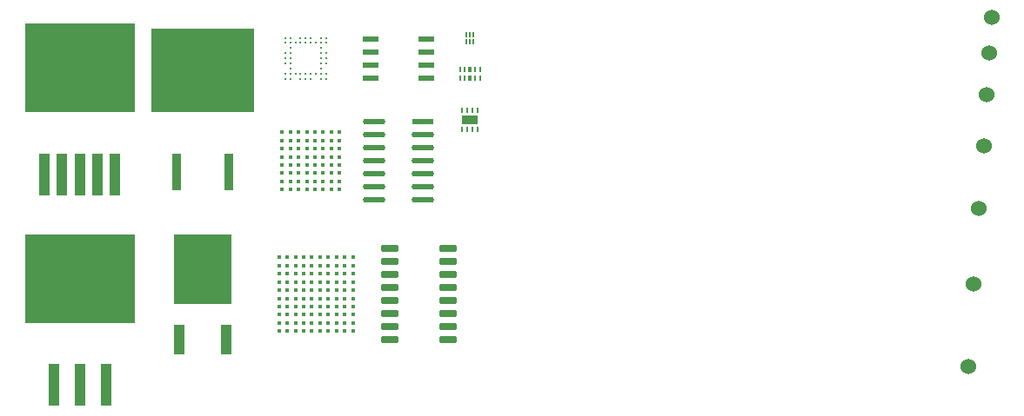
<source format=gbl>
G04*
G04 #@! TF.GenerationSoftware,Altium Limited,Altium Designer,21.2.2 (38)*
G04*
G04 Layer_Physical_Order=2*
G04 Layer_Color=16711680*
%FSLAX25Y25*%
%MOIN*%
G70*
G04*
G04 #@! TF.SameCoordinates,8CE579DD-E24D-4BF9-88A6-D400C93C7681*
G04*
G04*
G04 #@! TF.FilePolarity,Positive*
G04*
G01*
G75*
%ADD84C,0.06000*%
%ADD85C,0.01968*%
G04:AMPARAMS|DCode=86|XSize=35.43mil|YSize=62.99mil|CornerRadius=1.95mil|HoleSize=0mil|Usage=FLASHONLY|Rotation=90.000|XOffset=0mil|YOffset=0mil|HoleType=Round|Shape=RoundedRectangle|*
%AMROUNDEDRECTD86*
21,1,0.03543,0.05909,0,0,90.0*
21,1,0.03154,0.06299,0,0,90.0*
1,1,0.00390,0.02955,0.01577*
1,1,0.00390,0.02955,-0.01577*
1,1,0.00390,-0.02955,-0.01577*
1,1,0.00390,-0.02955,0.01577*
%
%ADD86ROUNDEDRECTD86*%
G04:AMPARAMS|DCode=87|XSize=9.84mil|YSize=19.68mil|CornerRadius=1.97mil|HoleSize=0mil|Usage=FLASHONLY|Rotation=0.000|XOffset=0mil|YOffset=0mil|HoleType=Round|Shape=RoundedRectangle|*
%AMROUNDEDRECTD87*
21,1,0.00984,0.01575,0,0,0.0*
21,1,0.00591,0.01968,0,0,0.0*
1,1,0.00394,0.00295,-0.00787*
1,1,0.00394,-0.00295,-0.00787*
1,1,0.00394,-0.00295,0.00787*
1,1,0.00394,0.00295,0.00787*
%
%ADD87ROUNDEDRECTD87*%
G04:AMPARAMS|DCode=88|XSize=7.87mil|YSize=22.24mil|CornerRadius=1.97mil|HoleSize=0mil|Usage=FLASHONLY|Rotation=0.000|XOffset=0mil|YOffset=0mil|HoleType=Round|Shape=RoundedRectangle|*
%AMROUNDEDRECTD88*
21,1,0.00787,0.01831,0,0,0.0*
21,1,0.00394,0.02224,0,0,0.0*
1,1,0.00394,0.00197,-0.00915*
1,1,0.00394,-0.00197,-0.00915*
1,1,0.00394,-0.00197,0.00915*
1,1,0.00394,0.00197,0.00915*
%
%ADD88ROUNDEDRECTD88*%
G04:AMPARAMS|DCode=89|XSize=15.75mil|YSize=22.24mil|CornerRadius=1.97mil|HoleSize=0mil|Usage=FLASHONLY|Rotation=0.000|XOffset=0mil|YOffset=0mil|HoleType=Round|Shape=RoundedRectangle|*
%AMROUNDEDRECTD89*
21,1,0.01575,0.01831,0,0,0.0*
21,1,0.01181,0.02224,0,0,0.0*
1,1,0.00394,0.00591,-0.00915*
1,1,0.00394,-0.00591,-0.00915*
1,1,0.00394,-0.00591,0.00915*
1,1,0.00394,0.00591,0.00915*
%
%ADD89ROUNDEDRECTD89*%
G04:AMPARAMS|DCode=90|XSize=7.87mil|YSize=20.87mil|CornerRadius=1.97mil|HoleSize=0mil|Usage=FLASHONLY|Rotation=0.000|XOffset=0mil|YOffset=0mil|HoleType=Round|Shape=RoundedRectangle|*
%AMROUNDEDRECTD90*
21,1,0.00787,0.01693,0,0,0.0*
21,1,0.00394,0.02087,0,0,0.0*
1,1,0.00394,0.00197,-0.00847*
1,1,0.00394,-0.00197,-0.00847*
1,1,0.00394,-0.00197,0.00847*
1,1,0.00394,0.00197,0.00847*
%
%ADD90ROUNDEDRECTD90*%
G04:AMPARAMS|DCode=91|XSize=25.59mil|YSize=64.96mil|CornerRadius=1.92mil|HoleSize=0mil|Usage=FLASHONLY|Rotation=90.000|XOffset=0mil|YOffset=0mil|HoleType=Round|Shape=RoundedRectangle|*
%AMROUNDEDRECTD91*
21,1,0.02559,0.06112,0,0,90.0*
21,1,0.02175,0.06496,0,0,90.0*
1,1,0.00384,0.03056,0.01088*
1,1,0.00384,0.03056,-0.01088*
1,1,0.00384,-0.03056,-0.01088*
1,1,0.00384,-0.03056,0.01088*
%
%ADD91ROUNDEDRECTD91*%
G04:AMPARAMS|DCode=92|XSize=84.81mil|YSize=22.32mil|CornerRadius=11.16mil|HoleSize=0mil|Usage=FLASHONLY|Rotation=180.000|XOffset=0mil|YOffset=0mil|HoleType=Round|Shape=RoundedRectangle|*
%AMROUNDEDRECTD92*
21,1,0.08481,0.00000,0,0,180.0*
21,1,0.06249,0.02232,0,0,180.0*
1,1,0.02232,-0.03125,0.00000*
1,1,0.02232,0.03125,0.00000*
1,1,0.02232,0.03125,0.00000*
1,1,0.02232,-0.03125,0.00000*
%
%ADD92ROUNDEDRECTD92*%
%ADD93R,0.08481X0.02232*%
%ADD94R,0.06102X0.02362*%
%ADD95C,0.01772*%
%ADD96C,0.01575*%
%ADD97C,0.00984*%
%ADD98R,0.03937X0.11221*%
%ADD99R,0.22244X0.27165*%
%ADD100R,0.03543X0.13976*%
%ADD101R,0.39567X0.31890*%
%ADD102R,0.04331X0.16142*%
%ADD103R,0.42323X0.34252*%
%ADD104R,0.42126X0.34252*%
D84*
X377953Y70866D02*
D03*
X375984Y39370D02*
D03*
X379921Y100000D02*
D03*
X381890Y124016D02*
D03*
X383071Y143701D02*
D03*
X383858Y159449D02*
D03*
X385039Y173228D02*
D03*
D85*
X183465Y133858D02*
D03*
X186614D02*
D03*
D86*
X185039D02*
D03*
D87*
X187992Y137598D02*
D03*
X186024D02*
D03*
X184055D02*
D03*
X182087D02*
D03*
Y130118D02*
D03*
X184055D02*
D03*
X186024D02*
D03*
X187992D02*
D03*
D88*
X188976Y149931D02*
D03*
X187008D02*
D03*
X183071D02*
D03*
X181102D02*
D03*
Y153218D02*
D03*
X183071D02*
D03*
X187008D02*
D03*
X188976D02*
D03*
D89*
X185039Y149931D02*
D03*
Y153218D02*
D03*
D90*
X183661Y166673D02*
D03*
X185039D02*
D03*
X186417D02*
D03*
X183661Y164035D02*
D03*
X185039D02*
D03*
X186417D02*
D03*
D91*
X154232Y49429D02*
D03*
Y54429D02*
D03*
Y59429D02*
D03*
Y64429D02*
D03*
Y69429D02*
D03*
Y74429D02*
D03*
Y79429D02*
D03*
Y84429D02*
D03*
X176476Y49429D02*
D03*
Y54429D02*
D03*
Y59429D02*
D03*
Y64429D02*
D03*
Y69429D02*
D03*
Y74429D02*
D03*
Y79429D02*
D03*
Y84429D02*
D03*
D92*
X148126Y133110D02*
D03*
Y128110D02*
D03*
Y123110D02*
D03*
Y118110D02*
D03*
Y113110D02*
D03*
Y108110D02*
D03*
Y103110D02*
D03*
X166835D02*
D03*
Y108110D02*
D03*
Y113110D02*
D03*
Y118110D02*
D03*
Y123110D02*
D03*
Y128110D02*
D03*
D93*
Y133110D02*
D03*
D94*
X168110Y164980D02*
D03*
Y159980D02*
D03*
Y154980D02*
D03*
Y149980D02*
D03*
X146850Y164980D02*
D03*
Y159980D02*
D03*
Y154980D02*
D03*
Y149980D02*
D03*
D95*
X111811Y52756D02*
D03*
X114961D02*
D03*
X118110D02*
D03*
X121260D02*
D03*
X124409D02*
D03*
X127559D02*
D03*
X130709D02*
D03*
X133858D02*
D03*
X137008D02*
D03*
X140157D02*
D03*
X111811Y55905D02*
D03*
X114961D02*
D03*
X118110D02*
D03*
X121260D02*
D03*
X124409D02*
D03*
X127559D02*
D03*
X130709D02*
D03*
X133858D02*
D03*
X137008D02*
D03*
X140157D02*
D03*
X111811Y59055D02*
D03*
X114961D02*
D03*
X118110D02*
D03*
X121260D02*
D03*
X124409D02*
D03*
X127559D02*
D03*
X130709D02*
D03*
X133858D02*
D03*
X137008D02*
D03*
X140157D02*
D03*
X111811Y62205D02*
D03*
X114961D02*
D03*
X118110D02*
D03*
X121260D02*
D03*
X124409D02*
D03*
X127559D02*
D03*
X130709D02*
D03*
X133858D02*
D03*
X137008D02*
D03*
X140157D02*
D03*
X111811Y65354D02*
D03*
X114961D02*
D03*
X118110D02*
D03*
X121260D02*
D03*
X124409D02*
D03*
X127559D02*
D03*
X130709D02*
D03*
X133858D02*
D03*
X137008D02*
D03*
X140157D02*
D03*
X111811Y68504D02*
D03*
X114961D02*
D03*
X118110D02*
D03*
X121260D02*
D03*
X124409D02*
D03*
X127559D02*
D03*
X130709D02*
D03*
X133858D02*
D03*
X137008D02*
D03*
X140157D02*
D03*
X111811Y71653D02*
D03*
X114961D02*
D03*
X118110D02*
D03*
X121260D02*
D03*
X124409D02*
D03*
X127559D02*
D03*
X130709D02*
D03*
X133858D02*
D03*
X137008D02*
D03*
X140157D02*
D03*
X111811Y74803D02*
D03*
X114961D02*
D03*
X118110D02*
D03*
X121260D02*
D03*
X124409D02*
D03*
X127559D02*
D03*
X130709D02*
D03*
X133858D02*
D03*
X137008D02*
D03*
X140157D02*
D03*
X111811Y77953D02*
D03*
X114961D02*
D03*
X118110D02*
D03*
X121260D02*
D03*
X124409D02*
D03*
X127559D02*
D03*
X130709D02*
D03*
X133858D02*
D03*
X137008D02*
D03*
X140157D02*
D03*
X111811Y81102D02*
D03*
X114961D02*
D03*
X118110D02*
D03*
X121260D02*
D03*
X124409D02*
D03*
X127559D02*
D03*
X130709D02*
D03*
X133858D02*
D03*
X137008D02*
D03*
X140157D02*
D03*
D96*
X112992Y129134D02*
D03*
Y125984D02*
D03*
Y122835D02*
D03*
Y119685D02*
D03*
Y116535D02*
D03*
Y113386D02*
D03*
Y110236D02*
D03*
Y107087D02*
D03*
X116142Y129134D02*
D03*
Y125984D02*
D03*
Y122835D02*
D03*
Y119685D02*
D03*
Y116535D02*
D03*
Y113386D02*
D03*
Y110236D02*
D03*
Y107087D02*
D03*
X119291Y129134D02*
D03*
Y125984D02*
D03*
Y122835D02*
D03*
Y119685D02*
D03*
Y116535D02*
D03*
Y113386D02*
D03*
Y110236D02*
D03*
Y107087D02*
D03*
X122441Y129134D02*
D03*
Y125984D02*
D03*
Y122835D02*
D03*
Y119685D02*
D03*
Y116535D02*
D03*
Y113386D02*
D03*
Y110236D02*
D03*
Y107087D02*
D03*
X125591Y129134D02*
D03*
Y125984D02*
D03*
Y122835D02*
D03*
Y119685D02*
D03*
Y116535D02*
D03*
Y113386D02*
D03*
Y110236D02*
D03*
Y107087D02*
D03*
X128740Y129134D02*
D03*
Y125984D02*
D03*
Y122835D02*
D03*
Y119685D02*
D03*
Y116535D02*
D03*
Y113386D02*
D03*
Y110236D02*
D03*
Y107087D02*
D03*
X131890Y129134D02*
D03*
Y125984D02*
D03*
Y122835D02*
D03*
Y119685D02*
D03*
Y116535D02*
D03*
Y113386D02*
D03*
Y110236D02*
D03*
Y107087D02*
D03*
X135039Y129134D02*
D03*
Y125984D02*
D03*
Y122835D02*
D03*
Y119685D02*
D03*
Y116535D02*
D03*
Y113386D02*
D03*
Y110236D02*
D03*
Y107087D02*
D03*
D97*
X114173Y149606D02*
D03*
X116142D02*
D03*
X120079D02*
D03*
X122047D02*
D03*
X124016D02*
D03*
X127953D02*
D03*
X129921D02*
D03*
X114173Y151575D02*
D03*
X116142D02*
D03*
X118110D02*
D03*
X120079D02*
D03*
X122047D02*
D03*
X124016D02*
D03*
X125984D02*
D03*
X127953D02*
D03*
X129921D02*
D03*
X116142Y153543D02*
D03*
X127953D02*
D03*
X114173Y155512D02*
D03*
X116142D02*
D03*
X127953D02*
D03*
X129921D02*
D03*
X114173Y157480D02*
D03*
X116142D02*
D03*
X127953D02*
D03*
X129921D02*
D03*
X114173Y159449D02*
D03*
X116142D02*
D03*
X127953D02*
D03*
X129921D02*
D03*
X116142Y161417D02*
D03*
X127953D02*
D03*
X114173Y163386D02*
D03*
X116142D02*
D03*
X118110D02*
D03*
X120079D02*
D03*
X122047D02*
D03*
X124016D02*
D03*
X125984D02*
D03*
X127953D02*
D03*
X129921D02*
D03*
X114173Y165354D02*
D03*
X116142D02*
D03*
X120079D02*
D03*
X122047D02*
D03*
X124016D02*
D03*
X127953D02*
D03*
X129921D02*
D03*
D98*
X91654Y49606D02*
D03*
X73701D02*
D03*
D99*
X82677Y76378D02*
D03*
D100*
X92677Y113976D02*
D03*
X72677D02*
D03*
D101*
X82677Y152756D02*
D03*
D102*
X45433Y32087D02*
D03*
X35433D02*
D03*
X25433D02*
D03*
X48819Y112795D02*
D03*
X42126D02*
D03*
X35433D02*
D03*
X28740D02*
D03*
X22047D02*
D03*
D103*
X35433Y73032D02*
D03*
D104*
Y153740D02*
D03*
M02*

</source>
